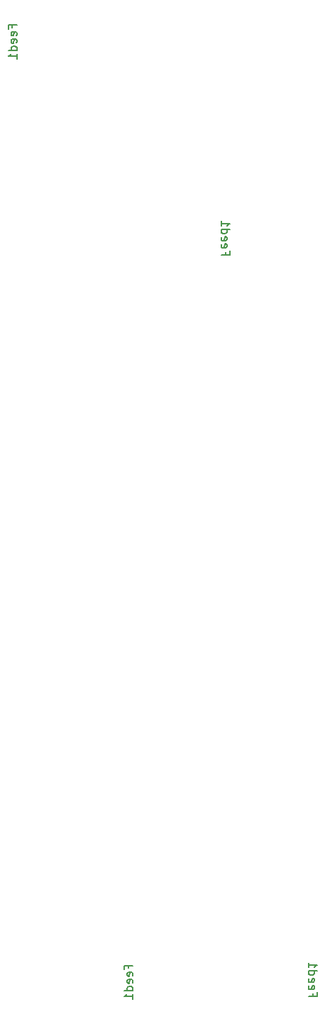
<source format=gbr>
%TF.GenerationSoftware,KiCad,Pcbnew,5.99.0-unknown-b1adb93c1~106~ubuntu20.04.1*%
%TF.CreationDate,2020-12-18T19:28:59-06:00*%
%TF.ProjectId,FlatAntPanel4x4,466c6174-416e-4745-9061-6e656c347834,rev?*%
%TF.SameCoordinates,Original*%
%TF.FileFunction,Legend,Bot*%
%TF.FilePolarity,Positive*%
%FSLAX46Y46*%
G04 Gerber Fmt 4.6, Leading zero omitted, Abs format (unit mm)*
G04 Created by KiCad (PCBNEW 5.99.0-unknown-b1adb93c1~106~ubuntu20.04.1) date 2020-12-18 19:28:59*
%MOMM*%
%LPD*%
G01*
G04 APERTURE LIST*
%ADD10C,0.150000*%
G04 APERTURE END LIST*
D10*
%TO.C,Feed1*%
X76213571Y-42887142D02*
X76213571Y-42553809D01*
X76737380Y-42553809D02*
X75737380Y-42553809D01*
X75737380Y-43030000D01*
X76689761Y-43791904D02*
X76737380Y-43696666D01*
X76737380Y-43506190D01*
X76689761Y-43410952D01*
X76594523Y-43363333D01*
X76213571Y-43363333D01*
X76118333Y-43410952D01*
X76070714Y-43506190D01*
X76070714Y-43696666D01*
X76118333Y-43791904D01*
X76213571Y-43839523D01*
X76308809Y-43839523D01*
X76404047Y-43363333D01*
X76689761Y-44649047D02*
X76737380Y-44553809D01*
X76737380Y-44363333D01*
X76689761Y-44268095D01*
X76594523Y-44220476D01*
X76213571Y-44220476D01*
X76118333Y-44268095D01*
X76070714Y-44363333D01*
X76070714Y-44553809D01*
X76118333Y-44649047D01*
X76213571Y-44696666D01*
X76308809Y-44696666D01*
X76404047Y-44220476D01*
X76737380Y-45553809D02*
X75737380Y-45553809D01*
X76689761Y-45553809D02*
X76737380Y-45458571D01*
X76737380Y-45268095D01*
X76689761Y-45172857D01*
X76642142Y-45125238D01*
X76546904Y-45077619D01*
X76261190Y-45077619D01*
X76165952Y-45125238D01*
X76118333Y-45172857D01*
X76070714Y-45268095D01*
X76070714Y-45458571D01*
X76118333Y-45553809D01*
X76737380Y-46553809D02*
X76737380Y-45982380D01*
X76737380Y-46268095D02*
X75737380Y-46268095D01*
X75880238Y-46172857D01*
X75975476Y-46077619D01*
X76023095Y-45982380D01*
X101651428Y-69592857D02*
X101651428Y-69926190D01*
X101127619Y-69926190D02*
X102127619Y-69926190D01*
X102127619Y-69450000D01*
X101175238Y-68688095D02*
X101127619Y-68783333D01*
X101127619Y-68973809D01*
X101175238Y-69069047D01*
X101270476Y-69116666D01*
X101651428Y-69116666D01*
X101746666Y-69069047D01*
X101794285Y-68973809D01*
X101794285Y-68783333D01*
X101746666Y-68688095D01*
X101651428Y-68640476D01*
X101556190Y-68640476D01*
X101460952Y-69116666D01*
X101175238Y-67830952D02*
X101127619Y-67926190D01*
X101127619Y-68116666D01*
X101175238Y-68211904D01*
X101270476Y-68259523D01*
X101651428Y-68259523D01*
X101746666Y-68211904D01*
X101794285Y-68116666D01*
X101794285Y-67926190D01*
X101746666Y-67830952D01*
X101651428Y-67783333D01*
X101556190Y-67783333D01*
X101460952Y-68259523D01*
X101127619Y-66926190D02*
X102127619Y-66926190D01*
X101175238Y-66926190D02*
X101127619Y-67021428D01*
X101127619Y-67211904D01*
X101175238Y-67307142D01*
X101222857Y-67354761D01*
X101318095Y-67402380D01*
X101603809Y-67402380D01*
X101699047Y-67354761D01*
X101746666Y-67307142D01*
X101794285Y-67211904D01*
X101794285Y-67021428D01*
X101746666Y-66926190D01*
X101127619Y-65926190D02*
X101127619Y-66497619D01*
X101127619Y-66211904D02*
X102127619Y-66211904D01*
X101984761Y-66307142D01*
X101889523Y-66402380D01*
X101841904Y-66497619D01*
X90053571Y-155007142D02*
X90053571Y-154673809D01*
X90577380Y-154673809D02*
X89577380Y-154673809D01*
X89577380Y-155150000D01*
X90529761Y-155911904D02*
X90577380Y-155816666D01*
X90577380Y-155626190D01*
X90529761Y-155530952D01*
X90434523Y-155483333D01*
X90053571Y-155483333D01*
X89958333Y-155530952D01*
X89910714Y-155626190D01*
X89910714Y-155816666D01*
X89958333Y-155911904D01*
X90053571Y-155959523D01*
X90148809Y-155959523D01*
X90244047Y-155483333D01*
X90529761Y-156769047D02*
X90577380Y-156673809D01*
X90577380Y-156483333D01*
X90529761Y-156388095D01*
X90434523Y-156340476D01*
X90053571Y-156340476D01*
X89958333Y-156388095D01*
X89910714Y-156483333D01*
X89910714Y-156673809D01*
X89958333Y-156769047D01*
X90053571Y-156816666D01*
X90148809Y-156816666D01*
X90244047Y-156340476D01*
X90577380Y-157673809D02*
X89577380Y-157673809D01*
X90529761Y-157673809D02*
X90577380Y-157578571D01*
X90577380Y-157388095D01*
X90529761Y-157292857D01*
X90482142Y-157245238D01*
X90386904Y-157197619D01*
X90101190Y-157197619D01*
X90005952Y-157245238D01*
X89958333Y-157292857D01*
X89910714Y-157388095D01*
X89910714Y-157578571D01*
X89958333Y-157673809D01*
X90577380Y-158673809D02*
X90577380Y-158102380D01*
X90577380Y-158388095D02*
X89577380Y-158388095D01*
X89720238Y-158292857D01*
X89815476Y-158197619D01*
X89863095Y-158102380D01*
X112081428Y-158007857D02*
X112081428Y-158341190D01*
X111557619Y-158341190D02*
X112557619Y-158341190D01*
X112557619Y-157865000D01*
X111605238Y-157103095D02*
X111557619Y-157198333D01*
X111557619Y-157388809D01*
X111605238Y-157484047D01*
X111700476Y-157531666D01*
X112081428Y-157531666D01*
X112176666Y-157484047D01*
X112224285Y-157388809D01*
X112224285Y-157198333D01*
X112176666Y-157103095D01*
X112081428Y-157055476D01*
X111986190Y-157055476D01*
X111890952Y-157531666D01*
X111605238Y-156245952D02*
X111557619Y-156341190D01*
X111557619Y-156531666D01*
X111605238Y-156626904D01*
X111700476Y-156674523D01*
X112081428Y-156674523D01*
X112176666Y-156626904D01*
X112224285Y-156531666D01*
X112224285Y-156341190D01*
X112176666Y-156245952D01*
X112081428Y-156198333D01*
X111986190Y-156198333D01*
X111890952Y-156674523D01*
X111557619Y-155341190D02*
X112557619Y-155341190D01*
X111605238Y-155341190D02*
X111557619Y-155436428D01*
X111557619Y-155626904D01*
X111605238Y-155722142D01*
X111652857Y-155769761D01*
X111748095Y-155817380D01*
X112033809Y-155817380D01*
X112129047Y-155769761D01*
X112176666Y-155722142D01*
X112224285Y-155626904D01*
X112224285Y-155436428D01*
X112176666Y-155341190D01*
X111557619Y-154341190D02*
X111557619Y-154912619D01*
X111557619Y-154626904D02*
X112557619Y-154626904D01*
X112414761Y-154722142D01*
X112319523Y-154817380D01*
X112271904Y-154912619D01*
%TD*%
M02*

</source>
